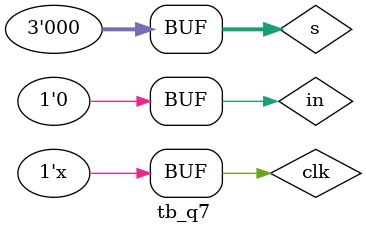
<source format=v>
module tb_q7();
    reg     clk;
    reg      in;
    reg [2:0] s;
    wire    out;

    q7 inst1 (clk, in, s, out);

    always begin
        #5clk=~clk;
    end


    initial begin 
        clk=0;
        in=0;
        s=3'd2;

    end

    initial begin
        #20 in=1;
        #10 in=0;
        #10 in=1;
        #30 in=0;
        
    end

    initial begin
        #10 s=3'd6;
        #10 s=3'd2;
        #10 s=3'd7;
        #10 s=3'd0;

    end


endmodule



</source>
